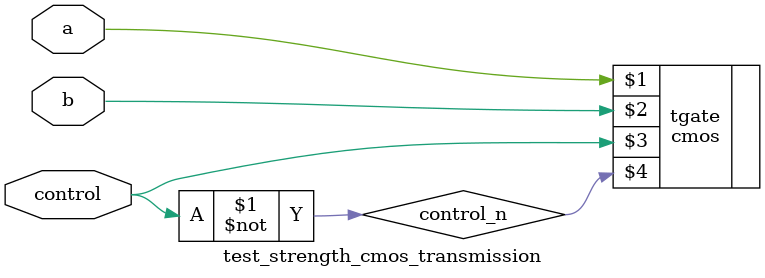
<source format=v>

module test_strength_cmos_transmission(
  input control,
  inout a,
  inout b
);
  wire control_n;
  assign control_n = ~control;

  cmos tgate(a, b, control, control_n);
  // When control=1: bidirectional connection between a and b
  // When control=0: high impedance
endmodule

</source>
